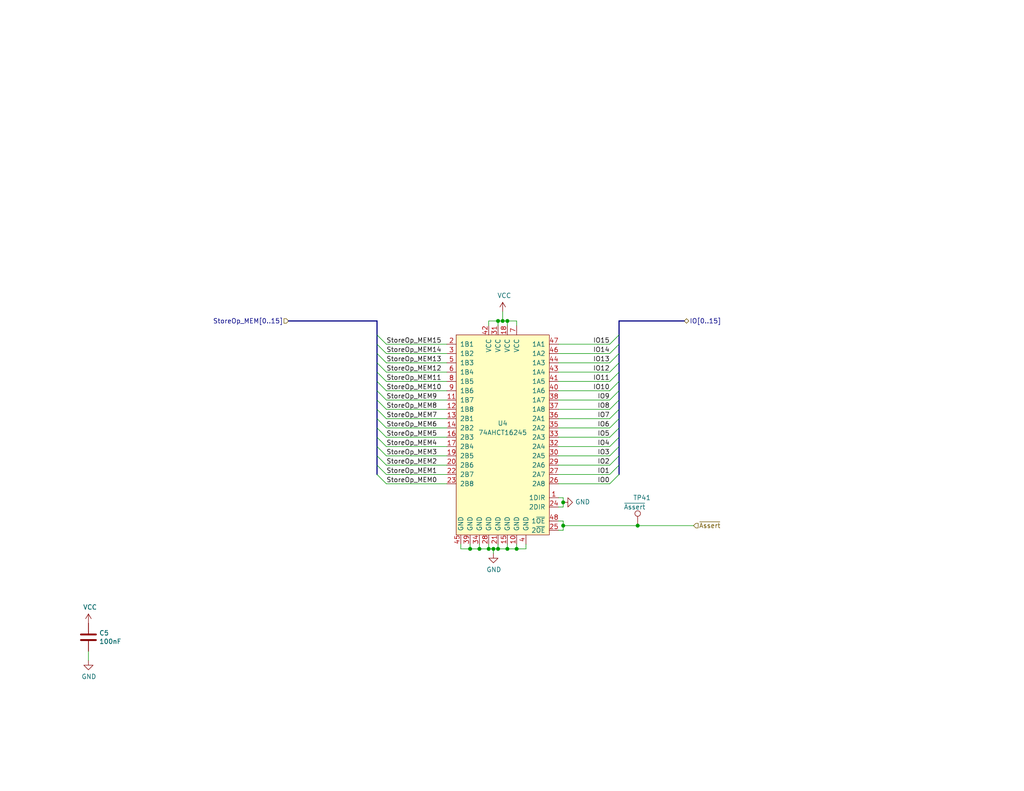
<source format=kicad_sch>
(kicad_sch (version 20230121) (generator eeschema)
  (paper "USLetter")
  (title_block (title "MEM: Buffer StoreOp") (date "2023-04-01") (rev "A") (comment 3 "This allows peripheral devices to assert their own value to the bus during a Load.") (comment 4 "The store operand can be disconnected from the system memory bus via tristate outputs."))
  (lib_symbols
    (symbol "74xx (kicad5):74AHCT16245_ba" (pin_names (offset 1.016))
      (property "Reference" "U" (at 0 1.27 0))
      (property "Value" "74AHCT16245_ba" (at 0 -1.27 0))
      (symbol "74AHCT16245_ba_0_1"
        (rectangle (start -12.7 26.67) (end 12.7 -27.94) (fill (type background)))
      )
      (symbol "74AHCT16245_ba_1_1"
        (pin input line (at -15.24 -17.78 0) (length 2.54) (name "1DIR") (number "1"))
        (pin power_in line (at -3.81 -30.48 90) (length 2.54) (name "GND") (number "10"))
        (pin input line (at 15.24 8.89 180) (length 2.54) (name "1B7") (number "11"))
        (pin input line (at 15.24 6.35 180) (length 2.54) (name "1B8") (number "12"))
        (pin input line (at 15.24 3.81 180) (length 2.54) (name "2B1") (number "13"))
        (pin input line (at 15.24 1.27 180) (length 2.54) (name "2B2") (number "14"))
        (pin power_in line (at -1.27 -30.48 90) (length 2.54) (name "GND") (number "15"))
        (pin input line (at 15.24 -1.27 180) (length 2.54) (name "2B3") (number "16"))
        (pin input line (at 15.24 -3.81 180) (length 2.54) (name "2B4") (number "17"))
        (pin power_in line (at -1.27 29.21 270) (length 2.54) (name "VCC") (number "18"))
        (pin input line (at 15.24 -6.35 180) (length 2.54) (name "2B5") (number "19"))
        (pin input line (at 15.24 24.13 180) (length 2.54) (name "1B1") (number "2"))
        (pin input line (at 15.24 -8.89 180) (length 2.54) (name "2B6") (number "20"))
        (pin power_in line (at 1.27 -30.48 90) (length 2.54) (name "GND") (number "21"))
        (pin input line (at 15.24 -11.43 180) (length 2.54) (name "2B7") (number "22"))
        (pin input line (at 15.24 -13.97 180) (length 2.54) (name "2B8") (number "23"))
        (pin input line (at -15.24 -20.32 0) (length 2.54) (name "2DIR") (number "24"))
        (pin input line (at -15.24 -26.67 0) (length 2.54) (name "2~{OE}") (number "25"))
        (pin tri_state line (at -15.24 -13.97 0) (length 2.54) (name "2A8") (number "26"))
        (pin tri_state line (at -15.24 -11.43 0) (length 2.54) (name "2A7") (number "27"))
        (pin power_in line (at 3.81 -30.48 90) (length 2.54) (name "GND") (number "28"))
        (pin tri_state line (at -15.24 -8.89 0) (length 2.54) (name "2A6") (number "29"))
        (pin input line (at 15.24 21.59 180) (length 2.54) (name "1B2") (number "3"))
        (pin tri_state line (at -15.24 -6.35 0) (length 2.54) (name "2A5") (number "30"))
        (pin power_in line (at 1.27 29.21 270) (length 2.54) (name "VCC") (number "31"))
        (pin tri_state line (at -15.24 -3.81 0) (length 2.54) (name "2A4") (number "32"))
        (pin tri_state line (at -15.24 -1.27 0) (length 2.54) (name "2A3") (number "33"))
        (pin power_in line (at 6.35 -30.48 90) (length 2.54) (name "GND") (number "34"))
        (pin tri_state line (at -15.24 1.27 0) (length 2.54) (name "2A2") (number "35"))
        (pin tri_state line (at -15.24 3.81 0) (length 2.54) (name "2A1") (number "36"))
        (pin tri_state line (at -15.24 6.35 0) (length 2.54) (name "1A8") (number "37"))
        (pin tri_state line (at -15.24 8.89 0) (length 2.54) (name "1A7") (number "38"))
        (pin power_in line (at 8.89 -30.48 90) (length 2.54) (name "GND") (number "39"))
        (pin power_in line (at -6.35 -30.48 90) (length 2.54) (name "GND") (number "4"))
        (pin tri_state line (at -15.24 11.43 0) (length 2.54) (name "1A6") (number "40"))
        (pin tri_state line (at -15.24 13.97 0) (length 2.54) (name "1A5") (number "41"))
        (pin power_in line (at 3.81 29.21 270) (length 2.54) (name "VCC") (number "42"))
        (pin tri_state line (at -15.24 16.51 0) (length 2.54) (name "1A4") (number "43"))
        (pin tri_state line (at -15.24 19.05 0) (length 2.54) (name "1A3") (number "44"))
        (pin power_in line (at 11.43 -30.48 90) (length 2.54) (name "GND") (number "45"))
        (pin tri_state line (at -15.24 21.59 0) (length 2.54) (name "1A2") (number "46"))
        (pin tri_state line (at -15.24 24.13 0) (length 2.54) (name "1A1") (number "47"))
        (pin input line (at -15.24 -24.13 0) (length 2.54) (name "1~{OE}") (number "48"))
        (pin input line (at 15.24 19.05 180) (length 2.54) (name "1B3") (number "5"))
        (pin input line (at 15.24 16.51 180) (length 2.54) (name "1B4") (number "6"))
        (pin power_in line (at -3.81 29.21 270) (length 2.54) (name "VCC") (number "7"))
        (pin input line (at 15.24 13.97 180) (length 2.54) (name "1B5") (number "8"))
        (pin input line (at 15.24 11.43 180) (length 2.54) (name "1B6") (number "9"))
      )
    )
    (symbol "Connector:TestPoint" (pin_numbers hide) (pin_names (offset 0.762) hide)
      (property "Reference" "TP" (at 0 6.858 0))
      (property "Value" "TestPoint" (at 0 5.08 0))
      (symbol "TestPoint_0_1"
        (circle (center 0 3.302) (radius 0.762))
      )
      (symbol "TestPoint_1_1"
        (pin passive line (at 0 0 90) (length 2.54) (name "1") (number "1"))
      )
    )
    (symbol "Device:C" (pin_numbers hide) (pin_names (offset 0.254))
      (property "Reference" "C" (at 0.635 2.54 0))
      (property "Value" "C" (at 0.635 -2.54 0))
      (symbol "C_0_1"
        (polyline (pts (xy -2.032 -0.762) (xy 2.032 -0.762)) (stroke (width 0.508)))
        (polyline (pts (xy -2.032 0.762) (xy 2.032 0.762)) (stroke (width 0.508)))
      )
      (symbol "C_1_1"
        (pin passive line (at 0 3.81 270) (length 2.794) (name "~") (number "1"))
        (pin passive line (at 0 -3.81 90) (length 2.794) (name "~") (number "2"))
      )
    )
    (symbol "power:GND" (power) (pin_names (offset 0))
      (property "Value" "GND" (at 0 -3.81 0))
      (symbol "GND_0_1"
        (polyline (pts (xy 0 0) (xy 0 -1.27) (xy 1.27 -1.27) (xy 0 -2.54) (xy -1.27 -1.27) (xy 0 -1.27)))
      )
      (symbol "GND_1_1"
        (pin power_in line (at 0 0 270) (length 0) hide (name "GND") (number "1"))
      )
    )
    (symbol "power:VCC" (power) (pin_names (offset 0))
      (property "Value" "VCC" (at 0 3.81 0))
      (symbol "VCC_0_1"
        (polyline (pts (xy -0.762 1.27) (xy 0 2.54)))
        (polyline (pts (xy 0 0) (xy 0 2.54)))
        (polyline (pts (xy 0 2.54) (xy 0.762 1.27)))
      )
      (symbol "VCC_1_1"
        (pin power_in line (at 0 0 90) (length 0) hide (name "VCC") (number "1"))
      )
    )
  )
  (junction (at 153.67 143.51))
  (junction (at 135.89 87.63))
  (junction (at 173.99 143.51))
  (junction (at 133.35 149.86))
  (junction (at 134.62 149.86))
  (junction (at 153.67 137.16))
  (junction (at 138.43 149.86))
  (junction (at 138.43 87.63))
  (junction (at 140.97 149.86))
  (junction (at 130.81 149.86))
  (junction (at 135.89 149.86))
  (junction (at 137.16 87.63))
  (junction (at 128.27 149.86))
  (bus_entry (at 105.41 111.76) (size -2.54 -2.54))
  (bus_entry (at 105.41 99.06) (size -2.54 -2.54))
  (bus_entry (at 166.37 111.76) (size 2.54 -2.54))
  (bus_entry (at 105.41 106.68) (size -2.54 -2.54))
  (bus_entry (at 166.37 116.84) (size 2.54 -2.54))
  (bus_entry (at 166.37 96.52) (size 2.54 -2.54))
  (bus_entry (at 105.41 114.3) (size -2.54 -2.54))
  (bus_entry (at 105.41 119.38) (size -2.54 -2.54))
  (bus_entry (at 166.37 121.92) (size 2.54 -2.54))
  (bus_entry (at 105.41 116.84) (size -2.54 -2.54))
  (bus_entry (at 166.37 106.68) (size 2.54 -2.54))
  (bus_entry (at 166.37 104.14) (size 2.54 -2.54))
  (bus_entry (at 105.41 121.92) (size -2.54 -2.54))
  (bus_entry (at 166.37 101.6) (size 2.54 -2.54))
  (bus_entry (at 166.37 132.08) (size 2.54 -2.54))
  (bus_entry (at 166.37 93.98) (size 2.54 -2.54))
  (bus_entry (at 166.37 114.3) (size 2.54 -2.54))
  (bus_entry (at 166.37 124.46) (size 2.54 -2.54))
  (bus_entry (at 105.41 101.6) (size -2.54 -2.54))
  (bus_entry (at 105.41 129.54) (size -2.54 -2.54))
  (bus_entry (at 166.37 119.38) (size 2.54 -2.54))
  (bus_entry (at 166.37 127) (size 2.54 -2.54))
  (bus_entry (at 105.41 124.46) (size -2.54 -2.54))
  (bus_entry (at 105.41 127) (size -2.54 -2.54))
  (bus_entry (at 105.41 93.98) (size -2.54 -2.54))
  (bus_entry (at 105.41 104.14) (size -2.54 -2.54))
  (bus_entry (at 105.41 132.08) (size -2.54 -2.54))
  (bus_entry (at 166.37 99.06) (size 2.54 -2.54))
  (bus_entry (at 105.41 96.52) (size -2.54 -2.54))
  (bus_entry (at 105.41 109.22) (size -2.54 -2.54))
  (bus_entry (at 166.37 129.54) (size 2.54 -2.54))
  (bus_entry (at 166.37 109.22) (size 2.54 -2.54))
  (wire (pts (xy 105.41 111.76) (xy 121.92 111.76)))
  (wire (pts (xy 135.89 148.59) (xy 135.89 149.86)))
  (wire (pts (xy 135.89 87.63) (xy 137.16 87.63)))
  (bus (pts (xy 168.91 109.22) (xy 168.91 111.76)))
  (wire (pts (xy 125.73 148.59) (xy 125.73 149.86)))
  (wire (pts (xy 166.37 101.6) (xy 152.4 101.6)))
  (wire (pts (xy 153.67 143.51) (xy 153.67 144.78)))
  (wire (pts (xy 166.37 109.22) (xy 152.4 109.22)))
  (wire (pts (xy 166.37 119.38) (xy 152.4 119.38)))
  (wire (pts (xy 153.67 142.24) (xy 153.67 143.51)))
  (wire (pts (xy 137.16 87.63) (xy 137.16 85.09)))
  (wire (pts (xy 152.4 135.89) (xy 153.67 135.89)))
  (wire (pts (xy 143.51 149.86) (xy 143.51 148.59)))
  (bus (pts (xy 168.91 127) (xy 168.91 129.54)))
  (wire (pts (xy 105.41 124.46) (xy 121.92 124.46)))
  (wire (pts (xy 105.41 101.6) (xy 121.92 101.6)))
  (wire (pts (xy 105.41 106.68) (xy 121.92 106.68)))
  (wire (pts (xy 138.43 149.86) (xy 140.97 149.86)))
  (wire (pts (xy 135.89 88.9) (xy 135.89 87.63)))
  (wire (pts (xy 105.41 132.08) (xy 121.92 132.08)))
  (wire (pts (xy 134.62 149.86) (xy 134.62 151.13)))
  (wire (pts (xy 153.67 143.51) (xy 173.99 143.51)))
  (wire (pts (xy 105.41 129.54) (xy 121.92 129.54)))
  (bus (pts (xy 102.87 87.63) (xy 78.74 87.63)))
  (bus (pts (xy 168.91 101.6) (xy 168.91 104.14)))
  (wire (pts (xy 140.97 148.59) (xy 140.97 149.86)))
  (wire (pts (xy 166.37 127) (xy 152.4 127)))
  (wire (pts (xy 166.37 116.84) (xy 152.4 116.84)))
  (bus (pts (xy 168.91 124.46) (xy 168.91 127)))
  (wire (pts (xy 134.62 149.86) (xy 135.89 149.86)))
  (bus (pts (xy 102.87 96.52) (xy 102.87 99.06)))
  (wire (pts (xy 166.37 114.3) (xy 152.4 114.3)))
  (wire (pts (xy 128.27 149.86) (xy 130.81 149.86)))
  (bus (pts (xy 102.87 124.46) (xy 102.87 127)))
  (wire (pts (xy 130.81 148.59) (xy 130.81 149.86)))
  (wire (pts (xy 153.67 144.78) (xy 152.4 144.78)))
  (bus (pts (xy 102.87 114.3) (xy 102.87 116.84)))
  (bus (pts (xy 102.87 119.38) (xy 102.87 121.92)))
  (bus (pts (xy 102.87 104.14) (xy 102.87 106.68)))
  (bus (pts (xy 168.91 104.14) (xy 168.91 106.68)))
  (bus (pts (xy 102.87 91.44) (xy 102.87 93.98)))
  (wire (pts (xy 153.67 138.43) (xy 152.4 138.43)))
  (bus (pts (xy 168.91 116.84) (xy 168.91 119.38)))
  (bus (pts (xy 102.87 99.06) (xy 102.87 101.6)))
  (bus (pts (xy 102.87 116.84) (xy 102.87 119.38)))
  (bus (pts (xy 168.91 106.68) (xy 168.91 109.22)))
  (wire (pts (xy 105.41 119.38) (xy 121.92 119.38)))
  (bus (pts (xy 168.91 87.63) (xy 168.91 91.44)))
  (wire (pts (xy 105.41 116.84) (xy 121.92 116.84)))
  (wire (pts (xy 166.37 99.06) (xy 152.4 99.06)))
  (wire (pts (xy 105.41 104.14) (xy 121.92 104.14)))
  (wire (pts (xy 153.67 137.16) (xy 153.67 138.43)))
  (bus (pts (xy 168.91 96.52) (xy 168.91 99.06)))
  (wire (pts (xy 105.41 93.98) (xy 121.92 93.98)))
  (wire (pts (xy 166.37 93.98) (xy 152.4 93.98)))
  (wire (pts (xy 133.35 87.63) (xy 135.89 87.63)))
  (bus (pts (xy 102.87 109.22) (xy 102.87 111.76)))
  (wire (pts (xy 105.41 96.52) (xy 121.92 96.52)))
  (bus (pts (xy 102.87 111.76) (xy 102.87 114.3)))
  (wire (pts (xy 138.43 87.63) (xy 140.97 87.63)))
  (bus (pts (xy 102.87 121.92) (xy 102.87 124.46)))
  (bus (pts (xy 168.91 93.98) (xy 168.91 96.52)))
  (bus (pts (xy 168.91 121.92) (xy 168.91 124.46)))
  (bus (pts (xy 102.87 101.6) (xy 102.87 104.14)))
  (wire (pts (xy 105.41 99.06) (xy 121.92 99.06)))
  (wire (pts (xy 133.35 149.86) (xy 134.62 149.86)))
  (wire (pts (xy 105.41 127) (xy 121.92 127)))
  (wire (pts (xy 133.35 148.59) (xy 133.35 149.86)))
  (wire (pts (xy 166.37 104.14) (xy 152.4 104.14)))
  (bus (pts (xy 168.91 87.63) (xy 186.69 87.63)))
  (wire (pts (xy 166.37 96.52) (xy 152.4 96.52)))
  (wire (pts (xy 138.43 87.63) (xy 138.43 88.9)))
  (wire (pts (xy 166.37 132.08) (xy 152.4 132.08)))
  (bus (pts (xy 102.87 87.63) (xy 102.87 91.44)))
  (bus (pts (xy 102.87 106.68) (xy 102.87 109.22)))
  (bus (pts (xy 168.91 91.44) (xy 168.91 93.98)))
  (wire (pts (xy 166.37 106.68) (xy 152.4 106.68)))
  (wire (pts (xy 133.35 88.9) (xy 133.35 87.63)))
  (wire (pts (xy 125.73 149.86) (xy 128.27 149.86)))
  (wire (pts (xy 140.97 149.86) (xy 143.51 149.86)))
  (bus (pts (xy 168.91 119.38) (xy 168.91 121.92)))
  (wire (pts (xy 166.37 121.92) (xy 152.4 121.92)))
  (wire (pts (xy 128.27 148.59) (xy 128.27 149.86)))
  (wire (pts (xy 138.43 148.59) (xy 138.43 149.86)))
  (wire (pts (xy 137.16 87.63) (xy 138.43 87.63)))
  (bus (pts (xy 102.87 127) (xy 102.87 129.54)))
  (wire (pts (xy 24.13 180.34) (xy 24.13 177.8)))
  (wire (pts (xy 105.41 114.3) (xy 121.92 114.3)))
  (bus (pts (xy 102.87 93.98) (xy 102.87 96.52)))
  (bus (pts (xy 168.91 114.3) (xy 168.91 116.84)))
  (wire (pts (xy 166.37 124.46) (xy 152.4 124.46)))
  (wire (pts (xy 153.67 135.89) (xy 153.67 137.16)))
  (wire (pts (xy 173.99 143.51) (xy 189.23 143.51)))
  (wire (pts (xy 166.37 129.54) (xy 152.4 129.54)))
  (wire (pts (xy 130.81 149.86) (xy 133.35 149.86)))
  (wire (pts (xy 140.97 87.63) (xy 140.97 88.9)))
  (bus (pts (xy 168.91 111.76) (xy 168.91 114.3)))
  (wire (pts (xy 152.4 142.24) (xy 153.67 142.24)))
  (bus (pts (xy 168.91 99.06) (xy 168.91 101.6)))
  (wire (pts (xy 105.41 121.92) (xy 121.92 121.92)))
  (wire (pts (xy 166.37 111.76) (xy 152.4 111.76)))
  (wire (pts (xy 105.41 109.22) (xy 121.92 109.22)))
  (wire (pts (xy 135.89 149.86) (xy 138.43 149.86)))
  (label "StoreOp_MEM9" (at 105.41 109.22 0))
  (label "IO0" (at 166.37 132.08 180))
  (label "StoreOp_MEM7" (at 105.41 114.3 0))
  (label "StoreOp_MEM11" (at 105.41 104.14 0))
  (label "StoreOp_MEM1" (at 105.41 129.54 0))
  (label "StoreOp_MEM10" (at 105.41 106.68 0))
  (label "IO15" (at 166.37 93.98 180))
  (label "IO13" (at 166.37 99.06 180))
  (label "IO8" (at 166.37 111.76 180))
  (label "IO12" (at 166.37 101.6 180))
  (label "StoreOp_MEM12" (at 105.41 101.6 0))
  (label "IO4" (at 166.37 121.92 180))
  (label "StoreOp_MEM15" (at 105.41 93.98 0))
  (label "StoreOp_MEM4" (at 105.41 121.92 0))
  (label "IO6" (at 166.37 116.84 180))
  (label "StoreOp_MEM8" (at 105.41 111.76 0))
  (label "IO2" (at 166.37 127 180))
  (label "StoreOp_MEM13" (at 105.41 99.06 0))
  (label "StoreOp_MEM3" (at 105.41 124.46 0))
  (label "IO1" (at 166.37 129.54 180))
  (label "StoreOp_MEM2" (at 105.41 127 0))
  (label "StoreOp_MEM0" (at 105.41 132.08 0))
  (label "IO5" (at 166.37 119.38 180))
  (label "IO7" (at 166.37 114.3 180))
  (label "IO14" (at 166.37 96.52 180))
  (label "StoreOp_MEM14" (at 105.41 96.52 0))
  (label "IO10" (at 166.37 106.68 180))
  (label "StoreOp_MEM5" (at 105.41 119.38 0))
  (label "IO11" (at 166.37 104.14 180))
  (label "IO9" (at 166.37 109.22 180))
  (label "IO3" (at 166.37 124.46 180))
  (label "StoreOp_MEM6" (at 105.41 116.84 0))
  (hierarchical_label "StoreOp_MEM[0..15]" (shape input) (at 78.74 87.63 180))
  (hierarchical_label "~{Assert}" (shape input) (at 189.23 143.51 0))
  (hierarchical_label "IO[0..15]" (shape tri_state) (at 186.69 87.63 0))
  (symbol (lib_id "Device:C") (at 24.13 173.99 0) (unit 1)
    (property "Reference" "C5" (at 27.051 172.8216 0) (effects (justify left)))
    (property "Value" "100nF" (at 27.051 175.133 0) (effects (justify left)))
    (property "Footprint" "Capacitor_SMD:C_0603_1608Metric_Pad1.08x0.95mm_HandSolder" (effects hide))
    (property "Mouser" "https://www.mouser.com/ProductDetail/963-EMK107B7104KAHT" (effects hide))
  )
  (symbol (lib_id "power:VCC") (at 24.13 170.18 0) (unit 1)
    (property "Reference" "#PWR086" (effects hide))
    (property "Value" "VCC" (at 24.5618 165.7858 0))
  )
  (symbol (lib_id "power:GND") (at 24.13 180.34 0) (unit 1)
    (property "Reference" "#PWR087" (effects hide))
    (property "Value" "GND" (at 24.257 184.7342 0))
  )
  (symbol (lib_id "power:GND") (at 134.62 151.13 0) (unit 1)
    (property "Reference" "#PWR088" (effects hide))
    (property "Value" "GND" (at 134.747 155.5242 0))
  )
  (symbol (lib_id "power:VCC") (at 137.16 85.09 0) (unit 1)
    (property "Reference" "#PWR089" (effects hide))
    (property "Value" "VCC" (at 137.5918 80.6958 0))
  )
  (symbol (lib_id "74xx (kicad5):74AHCT16245_ba") (at 137.16 118.11 0) (mirror y) (unit 1)
    (property "Reference" "U4" (at 137.16 115.57 0))
    (property "Value" "74AHCT16245" (at 137.16 118.11 0))
    (property "Footprint" "Package_SO:TSSOP-48_6.1x12.5mm_P0.5mm" (effects hide))
    (property "Datasheet" "https://www.ti.com/lit/ds/symlink/sn74ahct16245.pdf?HQS=dis-mous-null-mousermode-dsf-pf-null-wwe&ts=1617319205092" (effects hide))
    (property "Mouser" "https://www.mouser.com/ProductDetail/Texas-Instruments/74AHCT16245DLRG4?qs=%2Fha2pyFaduixTLlQ%252B3rIFW8KDPMe6E5CxoQ2Fc519Y9S5BWJ%252B%2FVWeIYQshP1VtN3&utm_source=octopart&utm_medium=aggregator&utm_campaign=595-74AHCT16245DLRG4&utm_content=Texas%20Instruments" (effects hide))
  )
  (symbol (lib_id "power:GND") (at 153.67 137.16 90) (unit 1)
    (property "Reference" "#PWR090" (effects hide))
    (property "Value" "GND" (at 156.9212 137.033 90) (effects (justify right)))
  )
  (symbol (lib_id "Connector:TestPoint") (at 173.99 143.51 0) (unit 1)
    (property "Reference" "TP41" (at 172.72 135.89 0) (effects (justify left)))
    (property "Value" "~{Assert}" (at 170.18 138.43 0) (effects (justify left)))
    (property "Footprint" "TestPoint:TestPoint_Pad_D1.0mm" (effects hide))
  )
)
</source>
